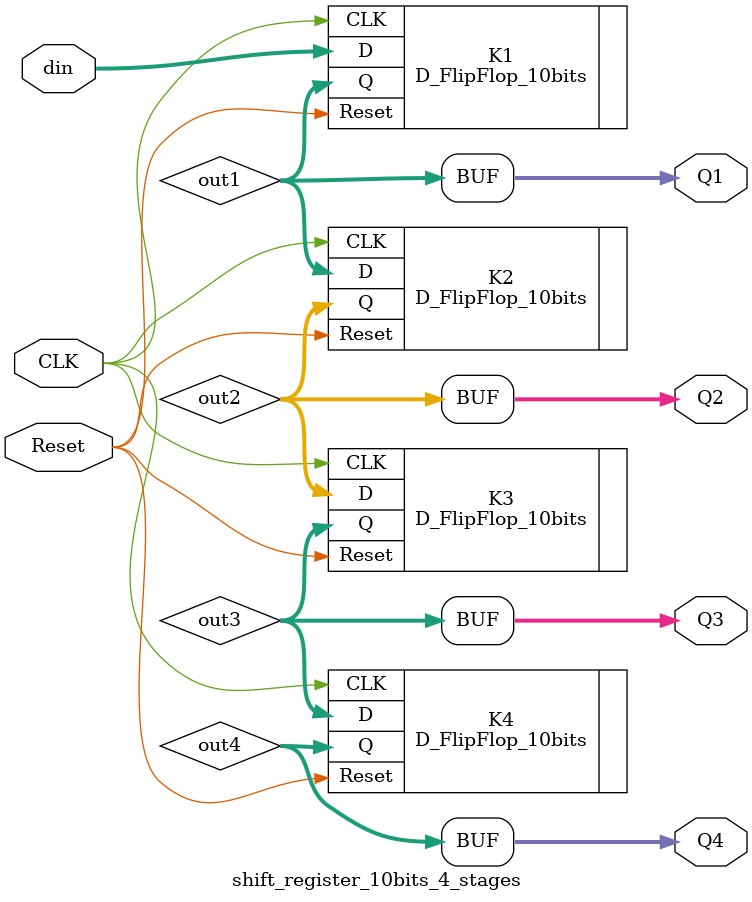
<source format=v>
module shift_register_10bits_4_stages(CLK,din, Q1, Q2, Q3, Q4,Reset);
    
    
    input CLK,Reset;
    input [9:0] din;  
    output [9:0] Q1, Q2, Q3, Q4;
    wire [9:0] out1, out2, out3, out4;
    
    D_FlipFlop_10bits K1(.D(din),.CLK(CLK),.Q(out1),.Reset(Reset));
    D_FlipFlop_10bits K2(.D(out1),.CLK(CLK),.Q(out2),.Reset(Reset));
    D_FlipFlop_10bits K3(.D(out2),.CLK(CLK),.Q(out3),.Reset(Reset));
    D_FlipFlop_10bits K4(.D(out3),.CLK(CLK),.Q(out4),.Reset(Reset));


    assign Q1=out1;
    assign Q2=out2;
    assign Q3=out3;
    assign Q4=out4;

endmodule

</source>
